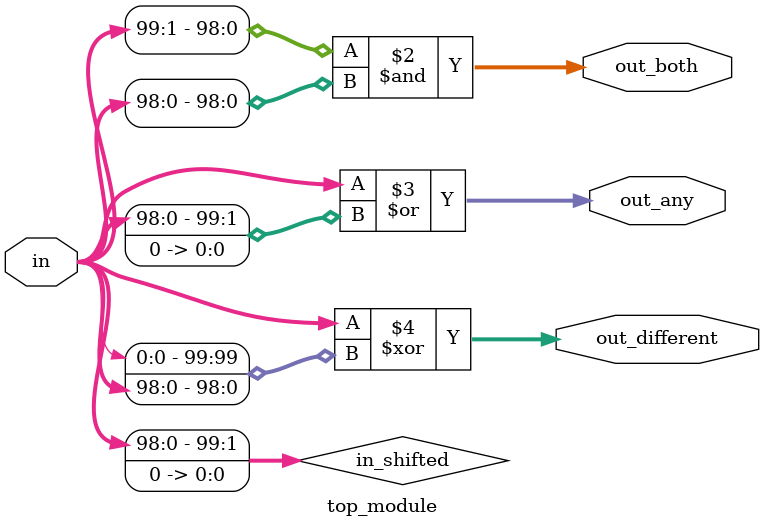
<source format=sv>
module top_module (
    input [99:0] in,
    output [98:0] out_both,
    output [99:0] out_any,
    output [99:0] out_different
);

    wire [99:0] in_shifted;

    assign in_shifted = in << 1;
    assign out_both = in[99:1] & in_shifted[99:1];
    assign out_any = in | in_shifted;
    assign out_different = in ^ {in[0], in_shifted[99:1]};

endmodule

</source>
